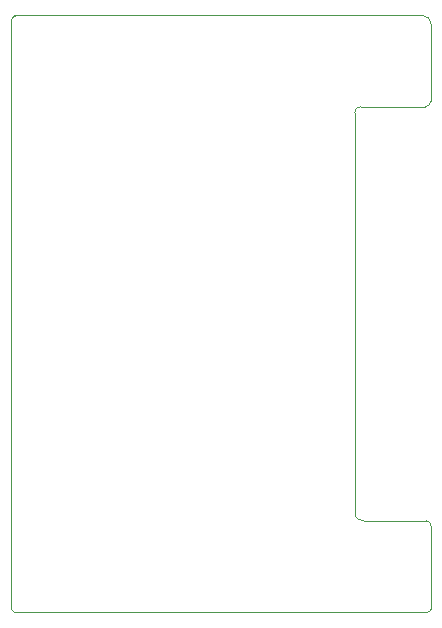
<source format=gbr>
%TF.GenerationSoftware,KiCad,Pcbnew,(6.0.7)*%
%TF.CreationDate,2022-09-26T11:07:57-04:00*%
%TF.ProjectId,proj_3,70726f6a-5f33-42e6-9b69-6361645f7063,1*%
%TF.SameCoordinates,Original*%
%TF.FileFunction,Profile,NP*%
%FSLAX46Y46*%
G04 Gerber Fmt 4.6, Leading zero omitted, Abs format (unit mm)*
G04 Created by KiCad (PCBNEW (6.0.7)) date 2022-09-26 11:07:57*
%MOMM*%
%LPD*%
G01*
G04 APERTURE LIST*
%TA.AperFunction,Profile*%
%ADD10C,0.100000*%
%TD*%
G04 APERTURE END LIST*
D10*
X168402000Y-75184000D02*
X168402000Y-81661000D01*
X132842000Y-124714000D02*
G75*
G03*
X133096000Y-124968000I381000J127000D01*
G01*
X168417634Y-117729000D02*
X168402000Y-118491000D01*
X133731000Y-74422000D02*
X133223000Y-74422000D01*
X133126333Y-74459916D02*
X133223000Y-74422000D01*
X168417634Y-117729000D02*
G75*
G03*
X168021000Y-117221000I-523634J0D01*
G01*
X133731000Y-74422000D02*
X167386000Y-74422000D01*
X168021000Y-124988609D02*
X133096000Y-124968000D01*
X167894000Y-82169000D02*
G75*
G03*
X168402000Y-81661000I0J508000D01*
G01*
X161925000Y-82677000D02*
X161947307Y-116825128D01*
X161947307Y-116825128D02*
G75*
G03*
X162687000Y-117221000I739693J493128D01*
G01*
X132842000Y-124714000D02*
X132842000Y-75311000D01*
X167386000Y-74422000D02*
X167640000Y-74422000D01*
X168402000Y-118491000D02*
X168402000Y-124714000D01*
X132842000Y-75120500D02*
X132842000Y-75311000D01*
X162433000Y-82169000D02*
G75*
G03*
X161925000Y-82677000I0J-508000D01*
G01*
X167894000Y-82169000D02*
X162433000Y-82169000D01*
X133126333Y-74459916D02*
G75*
G03*
X132842000Y-75120500I477667J-597084D01*
G01*
X162687000Y-117221000D02*
X168021000Y-117221000D01*
X168021000Y-124988609D02*
G75*
G03*
X168402000Y-124714000I0J401609D01*
G01*
X168402000Y-75184000D02*
G75*
G03*
X167640000Y-74422000I-762000J0D01*
G01*
M02*

</source>
